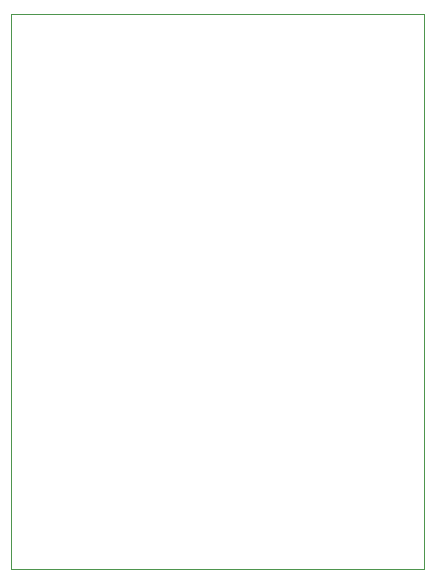
<source format=gbr>
%TF.GenerationSoftware,KiCad,Pcbnew,5.1.10*%
%TF.CreationDate,2021-12-12T21:50:47+01:00*%
%TF.ProjectId,Magnetbandinterface_4k-System,4d61676e-6574-4626-916e-64696e746572,rev?*%
%TF.SameCoordinates,Original*%
%TF.FileFunction,Profile,NP*%
%FSLAX46Y46*%
G04 Gerber Fmt 4.6, Leading zero omitted, Abs format (unit mm)*
G04 Created by KiCad (PCBNEW 5.1.10) date 2021-12-12 21:50:47*
%MOMM*%
%LPD*%
G01*
G04 APERTURE LIST*
%TA.AperFunction,Profile*%
%ADD10C,0.100000*%
%TD*%
G04 APERTURE END LIST*
D10*
X100000000Y-145000000D02*
X100000000Y-98000000D01*
X135000000Y-145000000D02*
X100000000Y-145000000D01*
X135000000Y-98000000D02*
X135000000Y-145000000D01*
X100000000Y-98000000D02*
X135000000Y-98000000D01*
M02*

</source>
